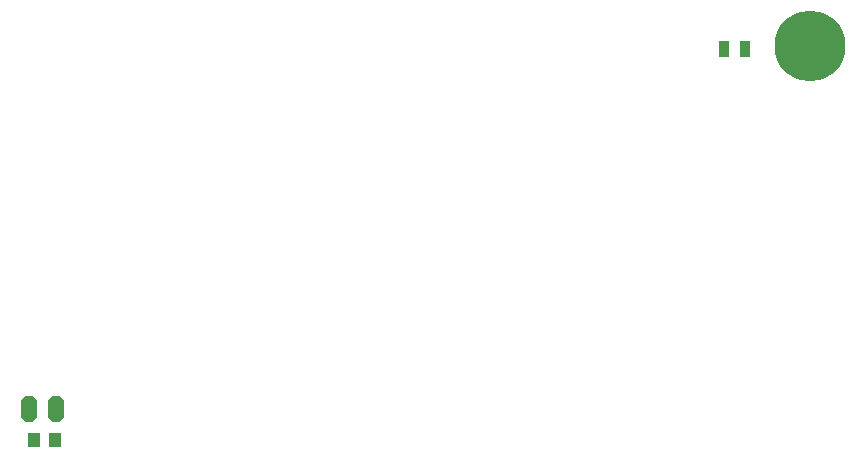
<source format=gtp>
G04*
G04 #@! TF.GenerationSoftware,Altium Limited,Altium Designer,21.0.9 (235)*
G04*
G04 Layer_Color=8421504*
%FSLAX25Y25*%
%MOIN*%
G70*
G04*
G04 #@! TF.SameCoordinates,A9EE82D5-5453-4621-884F-38B111DD7A68*
G04*
G04*
G04 #@! TF.FilePolarity,Positive*
G04*
G01*
G75*
G04:AMPARAMS|DCode=17|XSize=55mil|YSize=85mil|CornerRadius=0mil|HoleSize=0mil|Usage=FLASHONLY|Rotation=0.000|XOffset=0mil|YOffset=0mil|HoleType=Round|Shape=Octagon|*
%AMOCTAGOND17*
4,1,8,-0.01375,0.04250,0.01375,0.04250,0.02750,0.02875,0.02750,-0.02875,0.01375,-0.04250,-0.01375,-0.04250,-0.02750,-0.02875,-0.02750,0.02875,-0.01375,0.04250,0.0*
%
%ADD17OCTAGOND17*%

%ADD18R,0.04016X0.05000*%
%ADD19R,0.03701X0.05315*%
%ADD20C,0.23622*%
D17*
X384389Y396358D02*
D03*
X393445D02*
D03*
D18*
X386009Y386229D02*
D03*
X393016D02*
D03*
D19*
X623090Y516520D02*
D03*
X616082D02*
D03*
D20*
X644884Y517410D02*
D03*
M02*

</source>
